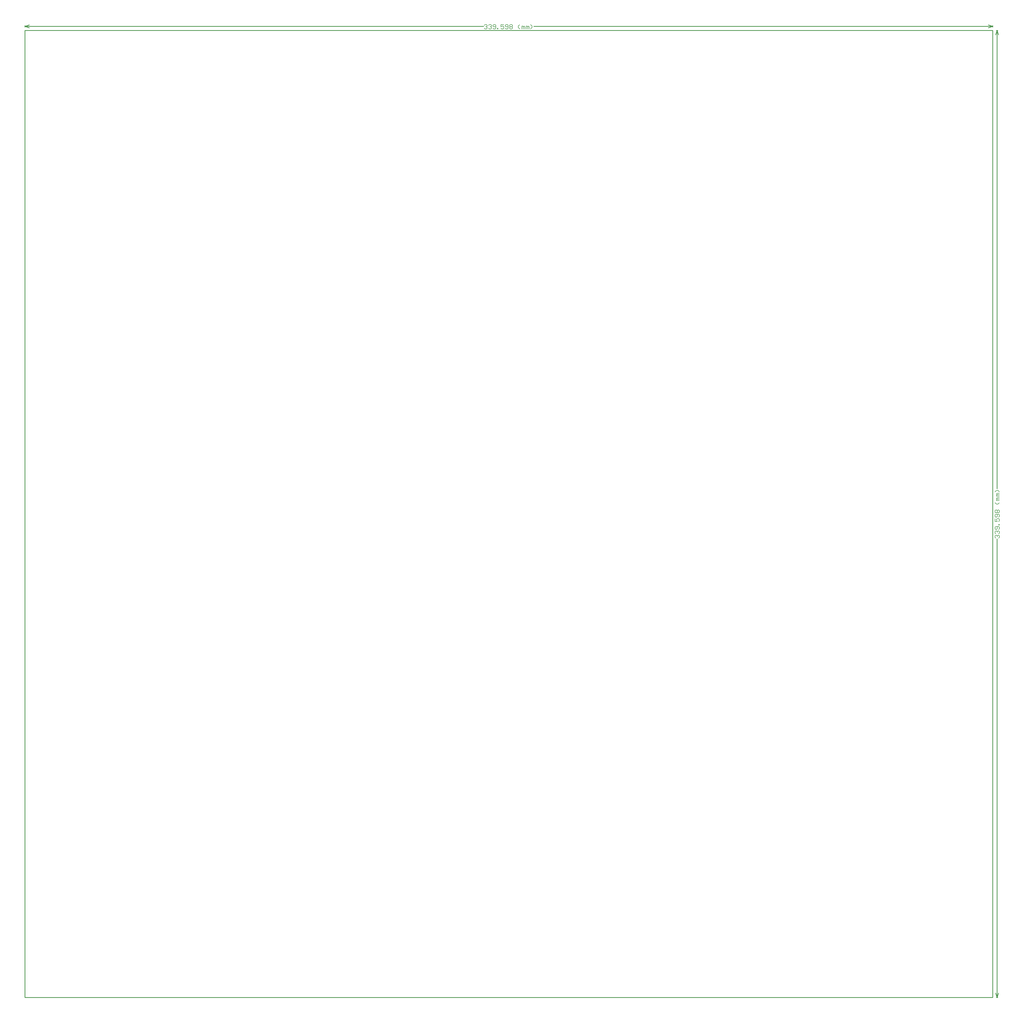
<source format=gko>
G04 Layer_Color=8388736*
%FSLAX25Y25*%
%MOIN*%
G70*
G01*
G75*
%ADD34C,0.01000*%
%ADD65C,0.00600*%
D34*
X0Y0D02*
Y1337000D01*
Y0D02*
X1337000D01*
Y1337000D01*
X0D02*
X1337000D01*
X1342000D02*
X1344000D01*
X1342000Y0D02*
X1344000D01*
X1343000Y1337000D02*
X1345000Y1331000D01*
X1341000D02*
X1343000Y1337000D01*
Y0D02*
X1345000Y6000D01*
X1341000D02*
X1343000Y0D01*
Y703089D02*
Y1337000D01*
Y0D02*
Y633911D01*
X1337000Y1341500D02*
Y1343500D01*
X0Y1341500D02*
Y1343500D01*
X1331000Y1340500D02*
X1337000Y1342500D01*
X1331000Y1344500D02*
X1337000Y1342500D01*
X0D02*
X6000Y1340500D01*
X0Y1342500D02*
X6000Y1344500D01*
X703089Y1342500D02*
X1337000D01*
X0D02*
X633911D01*
D65*
X1341601Y634911D02*
X1340601Y635910D01*
Y637910D01*
X1341601Y638909D01*
X1342600D01*
X1343600Y637910D01*
Y636910D01*
Y637910D01*
X1344600Y638909D01*
X1345599D01*
X1346599Y637910D01*
Y635910D01*
X1345599Y634911D01*
X1341601Y640909D02*
X1340601Y641908D01*
Y643908D01*
X1341601Y644907D01*
X1342600D01*
X1343600Y643908D01*
Y642908D01*
Y643908D01*
X1344600Y644907D01*
X1345599D01*
X1346599Y643908D01*
Y641908D01*
X1345599Y640909D01*
Y646907D02*
X1346599Y647906D01*
Y649906D01*
X1345599Y650906D01*
X1341601D01*
X1340601Y649906D01*
Y647906D01*
X1341601Y646907D01*
X1342600D01*
X1343600Y647906D01*
Y650906D01*
X1346599Y652905D02*
X1345599D01*
Y653904D01*
X1346599D01*
Y652905D01*
X1340601Y661902D02*
Y657903D01*
X1343600D01*
X1342600Y659903D01*
Y660902D01*
X1343600Y661902D01*
X1345599D01*
X1346599Y660902D01*
Y658903D01*
X1345599Y657903D01*
Y663901D02*
X1346599Y664901D01*
Y666900D01*
X1345599Y667900D01*
X1341601D01*
X1340601Y666900D01*
Y664901D01*
X1341601Y663901D01*
X1342600D01*
X1343600Y664901D01*
Y667900D01*
X1341601Y669899D02*
X1340601Y670899D01*
Y672898D01*
X1341601Y673898D01*
X1342600D01*
X1343600Y672898D01*
X1344600Y673898D01*
X1345599D01*
X1346599Y672898D01*
Y670899D01*
X1345599Y669899D01*
X1344600D01*
X1343600Y670899D01*
X1342600Y669899D01*
X1341601D01*
X1343600Y670899D02*
Y672898D01*
X1346599Y683895D02*
X1344600Y681895D01*
X1342600D01*
X1340601Y683895D01*
X1346599Y686894D02*
X1342600D01*
Y687893D01*
X1343600Y688893D01*
X1346599D01*
X1343600D01*
X1342600Y689893D01*
X1343600Y690893D01*
X1346599D01*
Y692892D02*
X1342600D01*
Y693892D01*
X1343600Y694891D01*
X1346599D01*
X1343600D01*
X1342600Y695891D01*
X1343600Y696891D01*
X1346599D01*
Y698890D02*
X1344600Y700889D01*
X1342600D01*
X1340601Y698890D01*
X634911Y1343899D02*
X635910Y1344899D01*
X637910D01*
X638909Y1343899D01*
Y1342900D01*
X637910Y1341900D01*
X636910D01*
X637910D01*
X638909Y1340900D01*
Y1339901D01*
X637910Y1338901D01*
X635910D01*
X634911Y1339901D01*
X640909Y1343899D02*
X641908Y1344899D01*
X643908D01*
X644907Y1343899D01*
Y1342900D01*
X643908Y1341900D01*
X642908D01*
X643908D01*
X644907Y1340900D01*
Y1339901D01*
X643908Y1338901D01*
X641908D01*
X640909Y1339901D01*
X646907D02*
X647906Y1338901D01*
X649906D01*
X650906Y1339901D01*
Y1343899D01*
X649906Y1344899D01*
X647906D01*
X646907Y1343899D01*
Y1342900D01*
X647906Y1341900D01*
X650906D01*
X652905Y1338901D02*
Y1339901D01*
X653904D01*
Y1338901D01*
X652905D01*
X661902Y1344899D02*
X657903D01*
Y1341900D01*
X659903Y1342900D01*
X660902D01*
X661902Y1341900D01*
Y1339901D01*
X660902Y1338901D01*
X658903D01*
X657903Y1339901D01*
X663901D02*
X664901Y1338901D01*
X666900D01*
X667900Y1339901D01*
Y1343899D01*
X666900Y1344899D01*
X664901D01*
X663901Y1343899D01*
Y1342900D01*
X664901Y1341900D01*
X667900D01*
X669899Y1343899D02*
X670899Y1344899D01*
X672898D01*
X673898Y1343899D01*
Y1342900D01*
X672898Y1341900D01*
X673898Y1340900D01*
Y1339901D01*
X672898Y1338901D01*
X670899D01*
X669899Y1339901D01*
Y1340900D01*
X670899Y1341900D01*
X669899Y1342900D01*
Y1343899D01*
X670899Y1341900D02*
X672898D01*
X683895Y1338901D02*
X681895Y1340900D01*
Y1342900D01*
X683895Y1344899D01*
X686894Y1338901D02*
Y1342900D01*
X687893D01*
X688893Y1341900D01*
Y1338901D01*
Y1341900D01*
X689893Y1342900D01*
X690893Y1341900D01*
Y1338901D01*
X692892D02*
Y1342900D01*
X693892D01*
X694891Y1341900D01*
Y1338901D01*
Y1341900D01*
X695891Y1342900D01*
X696891Y1341900D01*
Y1338901D01*
X698890D02*
X700889Y1340900D01*
Y1342900D01*
X698890Y1344899D01*
M02*

</source>
